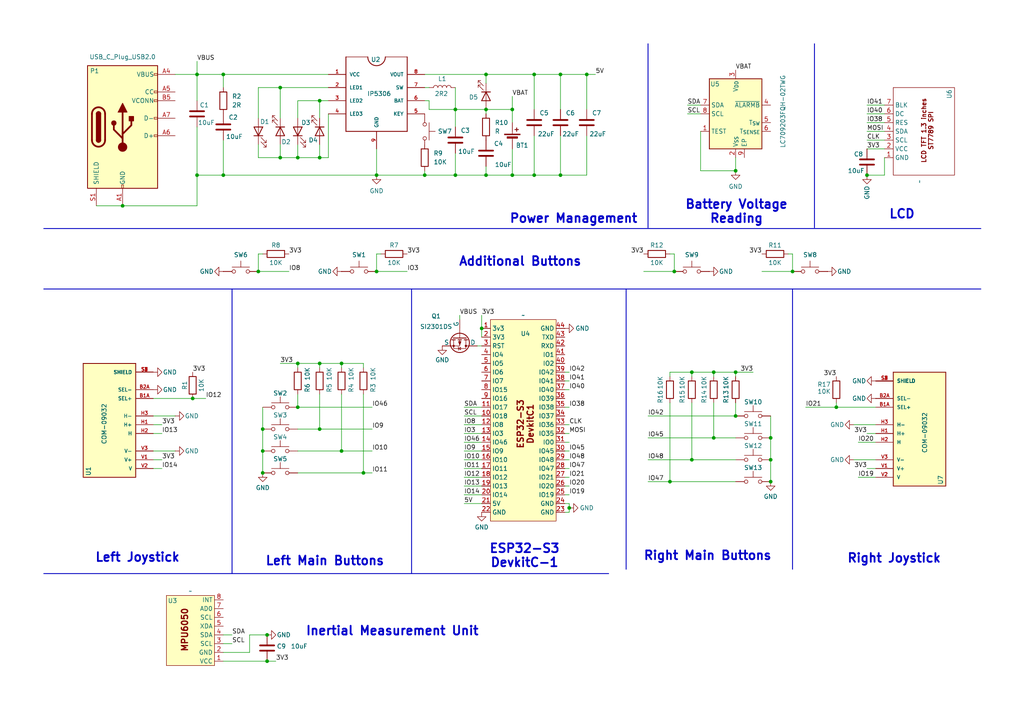
<source format=kicad_sch>
(kicad_sch (version 20231120) (generator "eeschema") (generator_version "8.0")
  (paper "A4")
  (title_block (title "ESP32 Gamepad") (date "2025-01-08") (rev "v01") (comment 1 "Author: Pacman Ng"))
  (lib_symbols
    (symbol "Battery_Management:LC709203FQH-02TWG"
      (property "Reference" "U" (at -6.35 11.43 0))
      (property "Value" "LC709203FQH-02TWG" (at 11.43 11.43 0))
      (symbol "LC709203FQH-02TWG_1_1"
        (pin input line (at -10.16 -5.08 0) (length 2.54) (name "TEST") (number "1"))
        (pin power_in line (at 0 -12.7 90) (length 2.54) (name "V_{SS}") (number "2"))
        (pin power_in line (at 0 12.7 270) (length 2.54) (name "V_{DD}") (number "3"))
        (pin open_collector line (at 10.16 2.54 180) (length 2.54) (name "~{ALARMB}") (number "4"))
        (pin output line (at 10.16 -2.54 180) (length 2.54) (name "T_{SW}") (number "5"))
        (pin input line (at 10.16 -5.08 180) (length 2.54) (name "T_{SENSE}") (number "6"))
        (pin bidirectional line (at -10.16 2.54 0) (length 2.54) (name "SDA") (number "7"))
        (pin input line (at -10.16 0 0) (length 2.54) (name "SCL") (number "8"))
        (pin passive line (at 2.54 -12.7 90) (length 2.54) (name "EP") (number "9"))
      )
    )
    (symbol "Connector:USB_C_Plug_USB2.0" (pin_names (offset 1.016))
      (property "Reference" "P" (at -10.16 19.05 0))
      (property "Value" "USB_C_Plug_USB2.0" (at 12.7 19.05 0))
      (symbol "USB_C_Plug_USB2.0_1_1"
        (pin passive line (at 0 -22.86 90) (length 5.08) (name "GND") (number "A1"))
        (pin passive line (at 0 -22.86 90) (length 5.08) hide (name "GND") (number "A12"))
        (pin passive line (at 15.24 15.24 180) (length 5.08) (name "VBUS") (number "A4"))
        (pin bidirectional line (at 15.24 10.16 180) (length 5.08) (name "CC") (number "A5"))
        (pin bidirectional line (at 15.24 -2.54 180) (length 5.08) (name "D+") (number "A6"))
        (pin bidirectional line (at 15.24 2.54 180) (length 5.08) (name "D-") (number "A7"))
        (pin passive line (at 15.24 15.24 180) (length 5.08) hide (name "VBUS") (number "A9"))
        (pin passive line (at 0 -22.86 90) (length 5.08) hide (name "GND") (number "B1"))
        (pin passive line (at 0 -22.86 90) (length 5.08) hide (name "GND") (number "B12"))
        (pin passive line (at 15.24 15.24 180) (length 5.08) hide (name "VBUS") (number "B4"))
        (pin bidirectional line (at 15.24 7.62 180) (length 5.08) (name "VCONN") (number "B5"))
        (pin passive line (at 15.24 15.24 180) (length 5.08) hide (name "VBUS") (number "B9"))
        (pin passive line (at -7.62 -22.86 90) (length 5.08) (name "SHIELD") (number "S1"))
      )
    )
    (symbol "Device:Battery_Cell" (pin_numbers hide) (pin_names (offset 0) hide)
      (property "Reference" "BT" (at 2.54 2.54 0))
      (property "Value" "Battery_Cell" (at 2.54 0 0))
      (symbol "Battery_Cell_1_1"
        (pin passive line (at 0 5.08 270) (length 2.54) (name "+") (number "1"))
        (pin passive line (at 0 -2.54 90) (length 2.54) (name "-") (number "2"))
      )
    )
    (symbol "Device:C" (pin_numbers hide) (pin_names (offset 0.254))
      (property "Reference" "C" (at 0.635 2.54 0))
      (property "Value" "C" (at 0.635 -2.54 0))
      (symbol "C_1_1"
        (pin passive line (at 0 3.81 270) (length 2.794) (name "~") (number "1"))
        (pin passive line (at 0 -3.81 90) (length 2.794) (name "~") (number "2"))
      )
    )
    (symbol "Device:L" (pin_numbers hide) (pin_names (offset 1.016) hide)
      (property "Reference" "L" (at -1.27 0 90))
      (property "Value" "L" (at 1.905 0 90))
      (symbol "L_1_1"
        (pin passive line (at 0 3.81 270) (length 1.27) (name "1") (number "1"))
        (pin passive line (at 0 -3.81 90) (length 1.27) (name "2") (number "2"))
      )
    )
    (symbol "Device:LED" (pin_numbers hide) (pin_names (offset 1.016) hide)
      (property "Reference" "D" (at 0 2.54 0))
      (property "Value" "LED" (at 0 -2.54 0))
      (symbol "LED_1_1"
        (pin passive line (at -3.81 0 0) (length 2.54) (name "K") (number "1"))
        (pin passive line (at 3.81 0 180) (length 2.54) (name "A") (number "2"))
      )
    )
    (symbol "Device:R" (pin_numbers hide) (pin_names (offset 0))
      (property "Reference" "R" (at 2.032 0 90))
      (property "Value" "R" (at 0 0 90))
      (symbol "R_1_1"
        (pin passive line (at 0 3.81 270) (length 1.27) (name "~") (number "1"))
        (pin passive line (at 0 -3.81 90) (length 1.27) (name "~") (number "2"))
      )
    )
    (symbol "ESP32-S3-DevkitC1:ESP32-S3-DevkitC1"
      (property "Reference" "U" (at 0 32.258 0))
      (symbol "ESP32-S3-DevkitC1_1_1"
        (text "ESP32-S3\nDevkitC1" (at 0 0.254 900) (effects (font (size 1.778 1.778) (thickness 0.3556) (bold yes))))
        (pin input line (at -12.7 27.94 0) (length 2.54) (name "3v3") (number "1"))
        (pin input line (at -12.7 2.54 0) (length 2.54) (name "IO18") (number "10"))
        (pin input line (at -12.7 5.08 0) (length 2.54) (name "IO17") (number "11"))
        (pin input line (at -12.7 0 0) (length 2.54) (name "IO8") (number "12"))
        (pin input line (at -12.7 -2.54 0) (length 2.54) (name "IO3") (number "13"))
        (pin input line (at -12.7 -5.08 0) (length 2.54) (name "IO46") (number "14"))
        (pin input line (at -12.7 -7.62 0) (length 2.54) (name "IO9") (number "15"))
        (pin input line (at -12.7 -10.16 0) (length 2.54) (name "IO10") (number "16"))
        (pin input line (at -12.7 -12.7 0) (length 2.54) (name "IO11") (number "17"))
        (pin input line (at -12.7 -15.24 0) (length 2.54) (name "IO12") (number "18"))
        (pin input line (at -12.7 -17.78 0) (length 2.54) (name "IO13") (number "19"))
        (pin input line (at -12.7 25.4 0) (length 2.54) (name "3V3") (number "2"))
        (pin input line (at -12.7 -20.32 0) (length 2.54) (name "IO14") (number "20"))
        (pin input line (at -12.7 -22.86 0) (length 2.54) (name "5V") (number "21"))
        (pin input line (at -12.7 -25.4 0) (length 2.54) (name "GND") (number "22"))
        (pin input line (at 11.43 -25.4 180) (length 2.54) (name "GND") (number "23"))
        (pin input line (at 11.43 -22.86 180) (length 2.54) (name "GND") (number "24"))
        (pin input line (at 11.43 -20.32 180) (length 2.54) (name "IO19") (number "25"))
        (pin input line (at 11.43 -17.78 180) (length 2.54) (name "IO20") (number "26"))
        (pin input line (at 11.43 -15.24 180) (length 2.54) (name "IO21") (number "27"))
        (pin input line (at 11.43 -12.7 180) (length 2.54) (name "IO47") (number "28"))
        (pin input line (at 11.43 -10.16 180) (length 2.54) (name "IO48") (number "29"))
        (pin input line (at -12.7 22.86 0) (length 2.54) (name "RST") (number "3"))
        (pin input line (at 11.43 -7.62 180) (length 2.54) (name "IO45") (number "30"))
        (pin input line (at 11.43 -5.08 180) (length 2.54) (name "IO0") (number "31"))
        (pin input line (at 11.43 -2.54 180) (length 2.54) (name "IO35") (number "32"))
        (pin input line (at 11.43 0 180) (length 2.54) (name "IO36") (number "33"))
        (pin input line (at 11.43 2.54 180) (length 2.54) (name "IO37") (number "34"))
        (pin input line (at 11.43 5.08 180) (length 2.54) (name "IO38") (number "35"))
        (pin input line (at 11.43 7.62 180) (length 2.54) (name "IO39") (number "36"))
        (pin input line (at 11.43 10.16 180) (length 2.54) (name "IO40") (number "37"))
        (pin input line (at 11.43 12.7 180) (length 2.54) (name "IO41") (number "38"))
        (pin input line (at 11.43 15.24 180) (length 2.54) (name "IO42") (number "39"))
        (pin input line (at -12.7 20.32 0) (length 2.54) (name "IO4") (number "4"))
        (pin input line (at 11.43 17.78 180) (length 2.54) (name "IO2") (number "40"))
        (pin input line (at 11.43 20.32 180) (length 2.54) (name "IO1") (number "41"))
        (pin input line (at 11.43 22.86 180) (length 2.54) (name "RXD") (number "42"))
        (pin input line (at 11.43 25.4 180) (length 2.54) (name "TXD") (number "43"))
        (pin input line (at 11.43 27.94 180) (length 2.54) (name "GND") (number "44"))
        (pin input line (at -12.7 17.78 0) (length 2.54) (name "IO5") (number "5"))
        (pin input line (at -12.7 15.24 0) (length 2.54) (name "IO6") (number "6"))
        (pin input line (at -12.7 12.7 0) (length 2.54) (name "IO7") (number "7"))
        (pin input line (at -12.7 10.16 0) (length 2.54) (name "IO15") (number "8"))
        (pin input line (at -12.7 7.62 0) (length 2.54) (name "IO16") (number "9"))
      )
    )
    (symbol "IMU:MPU6050"
      (property "Reference" "U" (at 8.382 3.048 0))
      (symbol "MPU6050_1_1"
        (text "MPU6050" (at 8.636 -9.144 900) (effects (font (size 1.778 1.778) (thickness 0.3556) (bold yes))))
        (pin input line (at -2.54 0 0) (length 2.54) (name "VCC") (number "1"))
        (pin input line (at -2.54 -2.54 0) (length 2.54) (name "GND") (number "2"))
        (pin input line (at -2.54 -5.08 0) (length 2.54) (name "SCL") (number "3"))
        (pin input line (at -2.54 -7.62 0) (length 2.54) (name "SDA") (number "4"))
        (pin input line (at -2.54 -10.16 0) (length 2.54) (name "XDA") (number "5"))
        (pin input line (at -2.54 -12.7 0) (length 2.54) (name "SCL") (number "6"))
        (pin input line (at -2.54 -15.24 0) (length 2.54) (name "AD0") (number "7"))
        (pin input line (at -2.54 -17.78 0) (length 2.54) (name "INT") (number "8"))
      )
    )
    (symbol "IP5306:IP5306" (pin_names (offset 1.016))
      (property "Reference" "U1" (at 8.636 20.828 0))
      (property "Value" "IP5306" (at 9.652 10.922 0))
      (symbol "IP5306_0_0"
        (pin power_in line (at -5.08 16.51 0) (length 5.08) (name "VCC") (number "1"))
        (pin output line (at -5.08 12.7 0) (length 5.08) (name "LED1") (number "2"))
        (pin output line (at -5.08 8.89 0) (length 5.08) (name "LED2") (number "3"))
        (pin output line (at -5.08 5.08 0) (length 5.08) (name "LED3") (number "4"))
        (pin input line (at 22.86 5.08 180) (length 5.08) (name "KEY") (number "5"))
        (pin input line (at 22.86 8.89 180) (length 5.08) (name "BAT") (number "6"))
        (pin output line (at 22.86 12.7 180) (length 5.08) (name "SW") (number "7"))
        (pin output line (at 22.86 16.51 180) (length 5.08) (name "VOUT") (number "8"))
        (pin power_in line (at 8.89 -5.08 90) (length 5.08) (name "GND") (number "9"))
      )
    )
    (symbol "Joystick:COM-09032" (pin_names (offset 1.016))
      (property "Reference" "U" (at -7.62 16.002 0))
      (property "Value" "COM-09032" (at -7.62 -20.32 0))
      (symbol "COM-09032_0_0"
        (pin passive line (at -12.7 -7.62 0) (length 5.08) (name "SEL+") (number "B1A"))
        (pin passive line (at -12.7 -10.16 0) (length 5.08) (name "SEL-") (number "B2A"))
        (pin passive line (at -12.7 0 0) (length 5.08) (name "H+") (number "H1"))
        (pin passive line (at -12.7 2.54 0) (length 5.08) (name "H") (number "H2"))
        (pin passive line (at -12.7 -2.54 0) (length 5.08) (name "H-") (number "H3"))
        (pin passive line (at -12.7 -15.24 0) (length 5.08) (name "SHIELD") (number "S1"))
        (pin passive line (at -12.7 -15.24 0) (length 5.08) (name "SHIELD") (number "S2"))
        (pin passive line (at -12.7 -15.24 0) (length 5.08) (name "SHIELD") (number "S3"))
        (pin passive line (at -12.7 -15.24 0) (length 5.08) (name "SHIELD") (number "S4"))
        (pin passive line (at -12.7 10.16 0) (length 5.08) (name "V+") (number "V1"))
        (pin passive line (at -12.7 12.7 0) (length 5.08) (name "V") (number "V2"))
        (pin passive line (at -12.7 7.62 0) (length 5.08) (name "V-") (number "V3"))
      )
    )
    (symbol "LCD:LCD_ST7789_TFT_1.3_inches"
      (property "Reference" "U" (at 0 18.034 0))
      (symbol "LCD_ST7789_TFT_1.3_inches_1_1"
        (text "LCD TFT 1.3 inches\nST7789 SPI" (at 0.254 -1.016 0) (effects (font (size 1.27 1.27) (thickness 0.254) (bold yes))))
        (pin input line (at -7.62 11.43 270) (length 2.54) (name "GND") (number "1"))
        (pin input line (at -5.08 11.43 270) (length 2.54) (name "VCC") (number "2"))
        (pin input line (at -2.54 11.43 270) (length 2.54) (name "SCL") (number "3"))
        (pin input line (at 0 11.43 270) (length 2.54) (name "SDA") (number "4"))
        (pin input line (at 2.54 11.43 270) (length 2.54) (name "RES") (number "5"))
        (pin input line (at 5.08 11.43 270) (length 2.54) (name "DC") (number "6"))
        (pin input line (at 7.62 11.43 270) (length 2.54) (name "BLK") (number "7"))
      )
    )
    (symbol "Simulation_SPICE:PMOS" (pin_numbers hide) (pin_names (offset 0))
      (property "Reference" "Q" (at 5.08 1.27 0))
      (property "Value" "PMOS" (at 5.08 -1.27 0))
      (symbol "PMOS_1_1"
        (pin passive line (at 2.54 5.08 270) (length 2.54) (name "D") (number "1"))
        (pin input line (at -5.08 0 0) (length 2.54) (name "G") (number "2"))
        (pin passive line (at 2.54 -5.08 90) (length 2.54) (name "S") (number "3"))
      )
    )
    (symbol "Switch:SW_Push" (pin_numbers hide) (pin_names (offset 1.016) hide)
      (property "Reference" "SW" (at 1.27 2.54 0))
      (property "Value" "SW_Push" (at 0 -1.524 0))
      (symbol "SW_Push_0_1"
        (pin passive line (at -5.08 0 0) (length 2.54) (name "1") (number "1"))
        (pin passive line (at 5.08 0 180) (length 2.54) (name "2") (number "2"))
      )
    )
    (symbol "power:GND" (power) (pin_numbers hide) (pin_names (offset 0) hide)
      (property "Value" "GND" (at 0 -3.81 0))
      (symbol "GND_1_1"
        (pin power_in line (at 0 0 270) (length 0) (name "~") (number "1"))
      )
    )
  )
  (junction (at 251.46 50.8))
  (junction (at 148.59 31.75))
  (junction (at 139.7 95.25))
  (junction (at 99.06 105.41))
  (junction (at 140.97 50.8))
  (junction (at 92.71 45.72))
  (junction (at 213.36 120.65))
  (junction (at 154.94 50.8))
  (junction (at 229.87 78.74))
  (junction (at 86.36 45.72))
  (junction (at 195.58 78.74))
  (junction (at 132.08 50.8))
  (junction (at 92.71 124.46))
  (junction (at 77.47 191.77))
  (junction (at 200.66 107.95))
  (junction (at 64.77 50.8))
  (junction (at 76.2 124.46))
  (junction (at 140.97 21.59))
  (junction (at 105.41 137.16))
  (junction (at 162.56 50.8))
  (junction (at 154.94 21.59))
  (junction (at 76.2 137.16))
  (junction (at 57.15 50.8))
  (junction (at 35.56 59.69))
  (junction (at 76.2 130.81))
  (junction (at 213.36 49.53))
  (junction (at 81.28 25.4))
  (junction (at 223.52 139.7))
  (junction (at 140.97 31.75))
  (junction (at 86.36 118.11))
  (junction (at 162.56 21.59))
  (junction (at 55.88 115.57))
  (junction (at 170.18 21.59))
  (junction (at 81.28 45.72))
  (junction (at 207.01 127))
  (junction (at 109.22 50.8))
  (junction (at 77.47 184.15))
  (junction (at 123.19 50.8))
  (junction (at 148.59 50.8))
  (junction (at 109.22 78.74))
  (junction (at 223.52 127))
  (junction (at 223.52 133.35))
  (junction (at 86.36 105.41))
  (junction (at 165.1 147.32))
  (junction (at 64.77 21.59))
  (junction (at 207.01 107.95))
  (junction (at 132.08 31.75))
  (junction (at 194.31 139.7))
  (junction (at 213.36 107.95))
  (junction (at 57.15 21.59))
  (junction (at 74.93 78.74))
  (junction (at 99.06 130.81))
  (junction (at 242.57 118.11))
  (junction (at 92.71 105.41))
  (junction (at 92.71 29.21))
  (junction (at 200.66 133.35))
  (wire (pts (xy 148.59 27.94) (xy 148.59 31.75)))
  (wire (pts (xy 165.1 148.59) (xy 165.1 147.32)))
  (wire (pts (xy 199.39 30.48) (xy 203.2 30.48)))
  (wire (pts (xy 203.2 49.53) (xy 213.36 49.53)))
  (wire (pts (xy 140.97 31.75) (xy 140.97 33.02)))
  (wire (pts (xy 154.94 21.59) (xy 154.94 31.75)))
  (wire (pts (xy 57.15 36.83) (xy 57.15 50.8)))
  (wire (pts (xy 118.11 78.74) (xy 109.22 78.74)))
  (wire (pts (xy 251.46 33.02) (xy 256.54 33.02)))
  (wire (pts (xy 194.31 73.66) (xy 195.58 73.66)))
  (wire (pts (xy 99.06 114.3) (xy 99.06 130.81)))
  (wire (pts (xy 64.77 21.59) (xy 95.25 21.59)))
  (wire (pts (xy 200.66 133.35) (xy 213.36 133.35)))
  (wire (pts (xy 140.97 21.59) (xy 154.94 21.59)))
  (wire (pts (xy 162.56 50.8) (xy 154.94 50.8)))
  (wire (pts (xy 74.93 25.4) (xy 81.28 25.4)))
  (wire (pts (xy 165.1 118.11) (xy 163.83 118.11)))
  (wire (pts (xy 123.19 41.91) (xy 123.19 43.18)))
  (wire (pts (xy 124.46 29.21) (xy 124.46 31.75)))
  (wire (pts (xy 134.62 130.81) (xy 139.7 130.81)))
  (wire (pts (xy 134.62 128.27) (xy 139.7 128.27)))
  (wire (pts (xy 251.46 38.1) (xy 256.54 38.1)))
  (wire (pts (xy 46.99 123.19) (xy 44.45 123.19)))
  (wire (pts (xy 251.46 43.18) (xy 256.54 43.18)))
  (wire (pts (xy 247.65 123.19) (xy 254 123.19)))
  (polyline (pts (xy 12.7 83.82) (xy 284.48 83.82)) (stroke (width 0.254)))
  (wire (pts (xy 109.22 50.8) (xy 109.22 43.18)))
  (wire (pts (xy 256.54 50.8) (xy 251.46 50.8)))
  (wire (pts (xy 251.46 40.64) (xy 256.54 40.64)))
  (wire (pts (xy 67.31 186.69) (xy 64.77 186.69)))
  (wire (pts (xy 92.71 105.41) (xy 92.71 106.68)))
  (wire (pts (xy 46.99 133.35) (xy 44.45 133.35)))
  (wire (pts (xy 165.1 113.03) (xy 163.83 113.03)))
  (wire (pts (xy 123.19 50.8) (xy 123.19 49.53)))
  (wire (pts (xy 163.83 148.59) (xy 165.1 148.59)))
  (wire (pts (xy 46.99 135.89) (xy 44.45 135.89)))
  (wire (pts (xy 186.69 78.74) (xy 195.58 78.74)))
  (wire (pts (xy 134.62 123.19) (xy 139.7 123.19)))
  (wire (pts (xy 134.62 143.51) (xy 139.7 143.51)))
  (wire (pts (xy 86.36 114.3) (xy 86.36 118.11)))
  (wire (pts (xy 148.59 50.8) (xy 148.59 43.18)))
  (wire (pts (xy 86.36 105.41) (xy 92.71 105.41)))
  (wire (pts (xy 64.77 50.8) (xy 109.22 50.8)))
  (wire (pts (xy 194.31 107.95) (xy 194.31 109.22)))
  (polyline (pts (xy 229.87 83.82) (xy 229.87 165.1)) (stroke (width 0.254)))
  (wire (pts (xy 200.66 107.95) (xy 200.66 109.22)))
  (wire (pts (xy 76.2 73.66) (xy 74.93 73.66)))
  (wire (pts (xy 86.36 41.91) (xy 86.36 45.72)))
  (wire (pts (xy 134.62 135.89) (xy 139.7 135.89)))
  (wire (pts (xy 133.35 91.44) (xy 133.35 92.71)))
  (wire (pts (xy 132.08 25.4) (xy 132.08 31.75)))
  (wire (pts (xy 213.36 120.65) (xy 187.96 120.65)))
  (wire (pts (xy 170.18 21.59) (xy 170.18 31.75)))
  (wire (pts (xy 99.06 105.41) (xy 99.06 106.68)))
  (wire (pts (xy 251.46 125.73) (xy 254 125.73)))
  (wire (pts (xy 138.43 100.33) (xy 139.7 100.33)))
  (wire (pts (xy 203.2 38.1) (xy 203.2 49.53)))
  (wire (pts (xy 213.36 116.84) (xy 213.36 120.65)))
  (wire (pts (xy 165.1 110.49) (xy 163.83 110.49)))
  (wire (pts (xy 162.56 21.59) (xy 170.18 21.59)))
  (wire (pts (xy 223.52 120.65) (xy 223.52 127)))
  (polyline (pts (xy 67.31 83.82) (xy 67.31 166.37)) (stroke (width 0.254)))
  (wire (pts (xy 109.22 73.66) (xy 109.22 78.74)))
  (wire (pts (xy 86.36 29.21) (xy 92.71 29.21)))
  (wire (pts (xy 165.1 143.51) (xy 163.83 143.51)))
  (wire (pts (xy 92.71 124.46) (xy 86.36 124.46)))
  (wire (pts (xy 74.93 73.66) (xy 74.93 78.74)))
  (wire (pts (xy 194.31 107.95) (xy 200.66 107.95)))
  (wire (pts (xy 134.62 146.05) (xy 139.7 146.05)))
  (wire (pts (xy 213.36 49.53) (xy 213.36 45.72)))
  (wire (pts (xy 218.44 107.95) (xy 213.36 107.95)))
  (wire (pts (xy 165.1 133.35) (xy 163.83 133.35)))
  (wire (pts (xy 57.15 29.21) (xy 57.15 21.59)))
  (wire (pts (xy 72.39 189.23) (xy 72.39 184.15)))
  (wire (pts (xy 220.98 78.74) (xy 229.87 78.74)))
  (wire (pts (xy 83.82 78.74) (xy 74.93 78.74)))
  (wire (pts (xy 213.36 107.95) (xy 213.36 109.22)))
  (wire (pts (xy 124.46 31.75) (xy 132.08 31.75)))
  (polyline (pts (xy 187.96 12.7) (xy 187.96 66.04)) (stroke (width 0.254)))
  (wire (pts (xy 99.06 130.81) (xy 86.36 130.81)))
  (wire (pts (xy 170.18 50.8) (xy 170.18 39.37)))
  (wire (pts (xy 80.01 191.77) (xy 77.47 191.77)))
  (wire (pts (xy 76.2 124.46) (xy 76.2 130.81)))
  (wire (pts (xy 81.28 45.72) (xy 86.36 45.72)))
  (wire (pts (xy 139.7 95.25) (xy 139.7 97.79)))
  (wire (pts (xy 105.41 105.41) (xy 105.41 106.68)))
  (wire (pts (xy 207.01 107.95) (xy 207.01 109.22)))
  (wire (pts (xy 86.36 137.16) (xy 105.41 137.16)))
  (wire (pts (xy 50.8 120.65) (xy 44.45 120.65)))
  (wire (pts (xy 92.71 41.91) (xy 92.71 45.72)))
  (wire (pts (xy 123.19 50.8) (xy 132.08 50.8)))
  (wire (pts (xy 109.22 50.8) (xy 123.19 50.8)))
  (wire (pts (xy 86.36 34.29) (xy 86.36 29.21)))
  (wire (pts (xy 74.93 34.29) (xy 74.93 25.4)))
  (wire (pts (xy 92.71 124.46) (xy 107.95 124.46)))
  (wire (pts (xy 57.15 59.69) (xy 57.15 50.8)))
  (wire (pts (xy 251.46 35.56) (xy 256.54 35.56)))
  (wire (pts (xy 139.7 91.44) (xy 139.7 95.25)))
  (wire (pts (xy 74.93 45.72) (xy 81.28 45.72)))
  (wire (pts (xy 64.77 189.23) (xy 72.39 189.23)))
  (wire (pts (xy 242.57 116.84) (xy 242.57 118.11)))
  (wire (pts (xy 165.1 140.97) (xy 163.83 140.97)))
  (wire (pts (xy 140.97 48.26) (xy 140.97 50.8)))
  (wire (pts (xy 194.31 139.7) (xy 187.96 139.7)))
  (wire (pts (xy 134.62 138.43) (xy 139.7 138.43)))
  (wire (pts (xy 148.59 50.8) (xy 140.97 50.8)))
  (wire (pts (xy 200.66 116.84) (xy 200.66 133.35)))
  (wire (pts (xy 223.52 127) (xy 223.52 133.35)))
  (wire (pts (xy 256.54 45.72) (xy 256.54 50.8)))
  (wire (pts (xy 207.01 127) (xy 187.96 127)))
  (wire (pts (xy 57.15 21.59) (xy 64.77 21.59)))
  (wire (pts (xy 200.66 107.95) (xy 207.01 107.95)))
  (wire (pts (xy 74.93 41.91) (xy 74.93 45.72)))
  (wire (pts (xy 162.56 21.59) (xy 162.56 31.75)))
  (wire (pts (xy 194.31 116.84) (xy 194.31 139.7)))
  (wire (pts (xy 165.1 125.73) (xy 163.83 125.73)))
  (wire (pts (xy 92.71 29.21) (xy 95.25 29.21)))
  (wire (pts (xy 228.6 73.66) (xy 229.87 73.66)))
  (wire (pts (xy 148.59 31.75) (xy 148.59 35.56)))
  (wire (pts (xy 229.87 73.66) (xy 229.87 78.74)))
  (wire (pts (xy 55.88 115.57) (xy 59.69 115.57)))
  (wire (pts (xy 99.06 130.81) (xy 107.95 130.81)))
  (wire (pts (xy 132.08 44.45) (xy 132.08 50.8)))
  (wire (pts (xy 92.71 114.3) (xy 92.71 124.46)))
  (wire (pts (xy 44.45 130.81) (xy 50.8 130.81)))
  (wire (pts (xy 81.28 41.91) (xy 81.28 45.72)))
  (wire (pts (xy 124.46 25.4) (xy 123.19 25.4)))
  (wire (pts (xy 77.47 191.77) (xy 64.77 191.77)))
  (polyline (pts (xy 236.22 12.7) (xy 236.22 66.04)) (stroke (width 0.254)))
  (wire (pts (xy 242.57 118.11) (xy 233.68 118.11)))
  (wire (pts (xy 105.41 137.16) (xy 107.95 137.16)))
  (wire (pts (xy 213.36 107.95) (xy 207.01 107.95)))
  (wire (pts (xy 134.62 140.97) (xy 139.7 140.97)))
  (polyline (pts (xy 181.61 83.82) (xy 181.61 165.1)) (stroke (width 0.254)))
  (wire (pts (xy 165.1 128.27) (xy 163.83 128.27)))
  (wire (pts (xy 242.57 118.11) (xy 254 118.11)))
  (wire (pts (xy 81.28 105.41) (xy 86.36 105.41)))
  (polyline (pts (xy 12.7 166.37) (xy 176.53 166.37)) (stroke (width 0.254)))
  (wire (pts (xy 92.71 45.72) (xy 95.25 45.72)))
  (wire (pts (xy 162.56 39.37) (xy 162.56 50.8)))
  (wire (pts (xy 81.28 25.4) (xy 81.28 34.29)))
  (wire (pts (xy 195.58 73.66) (xy 195.58 78.74)))
  (wire (pts (xy 132.08 31.75) (xy 140.97 31.75)))
  (wire (pts (xy 199.39 33.02) (xy 203.2 33.02)))
  (wire (pts (xy 86.36 45.72) (xy 92.71 45.72)))
  (wire (pts (xy 140.97 31.75) (xy 148.59 31.75)))
  (wire (pts (xy 92.71 29.21) (xy 92.71 34.29)))
  (wire (pts (xy 134.62 120.65) (xy 139.7 120.65)))
  (wire (pts (xy 134.62 118.11) (xy 139.7 118.11)))
  (wire (pts (xy 200.66 133.35) (xy 187.96 133.35)))
  (wire (pts (xy 248.92 138.43) (xy 254 138.43)))
  (wire (pts (xy 213.36 139.7) (xy 194.31 139.7)))
  (wire (pts (xy 64.77 40.64) (xy 64.77 50.8)))
  (wire (pts (xy 110.49 73.66) (xy 109.22 73.66)))
  (wire (pts (xy 248.92 128.27) (xy 254 128.27)))
  (wire (pts (xy 57.15 17.78) (xy 57.15 21.59)))
  (wire (pts (xy 95.25 45.72) (xy 95.25 33.02)))
  (polyline (pts (xy 12.7 66.294) (xy 284.48 66.294)) (stroke (width 0.254)))
  (wire (pts (xy 154.94 21.59) (xy 162.56 21.59)))
  (wire (pts (xy 251.46 30.48) (xy 256.54 30.48)))
  (wire (pts (xy 55.88 115.57) (xy 44.45 115.57)))
  (wire (pts (xy 72.39 184.15) (xy 77.47 184.15)))
  (wire (pts (xy 165.1 135.89) (xy 163.83 135.89)))
  (wire (pts (xy 105.41 105.41) (xy 99.06 105.41)))
  (wire (pts (xy 134.62 125.73) (xy 139.7 125.73)))
  (wire (pts (xy 223.52 133.35) (xy 223.52 139.7)))
  (wire (pts (xy 105.41 114.3) (xy 105.41 137.16)))
  (wire (pts (xy 76.2 130.81) (xy 76.2 137.16)))
  (wire (pts (xy 134.62 133.35) (xy 139.7 133.35)))
  (wire (pts (xy 46.99 125.73) (xy 44.45 125.73)))
  (wire (pts (xy 140.97 50.8) (xy 132.08 50.8)))
  (wire (pts (xy 86.36 105.41) (xy 86.36 106.68)))
  (wire (pts (xy 76.2 118.11) (xy 76.2 124.46)))
  (wire (pts (xy 50.8 21.59) (xy 57.15 21.59)))
  (wire (pts (xy 57.15 50.8) (xy 64.77 50.8)))
  (wire (pts (xy 165.1 138.43) (xy 163.83 138.43)))
  (wire (pts (xy 148.59 50.8) (xy 154.94 50.8)))
  (polyline (pts (xy 119.38 83.82) (xy 119.38 166.37)) (stroke (width 0.254)))
  (wire (pts (xy 251.46 135.89) (xy 254 135.89)))
  (wire (pts (xy 35.56 59.69) (xy 57.15 59.69)))
  (wire (pts (xy 165.1 130.81) (xy 163.83 130.81)))
  (wire (pts (xy 123.19 29.21) (xy 124.46 29.21)))
  (wire (pts (xy 99.06 105.41) (xy 92.71 105.41)))
  (wire (pts (xy 81.28 25.4) (xy 95.25 25.4)))
  (wire (pts (xy 254 133.35) (xy 247.65 133.35)))
  (wire (pts (xy 154.94 39.37) (xy 154.94 50.8)))
  (wire (pts (xy 140.97 21.59) (xy 140.97 24.13)))
  (wire (pts (xy 170.18 21.59) (xy 172.72 21.59)))
  (wire (pts (xy 163.83 146.05) (xy 165.1 146.05)))
  (wire (pts (xy 165.1 123.19) (xy 163.83 123.19)))
  (wire (pts (xy 170.18 50.8) (xy 162.56 50.8)))
  (wire (pts (xy 67.31 184.15) (xy 64.77 184.15)))
  (wire (pts (xy 132.08 31.75) (xy 132.08 36.83)))
  (wire (pts (xy 64.77 21.59) (xy 64.77 25.4)))
  (wire (pts (xy 86.36 118.11) (xy 107.95 118.11)))
  (wire (pts (xy 165.1 107.95) (xy 163.83 107.95)))
  (wire (pts (xy 207.01 127) (xy 213.36 127)))
  (wire (pts (xy 123.19 21.59) (xy 140.97 21.59)))
  (wire (pts (xy 27.94 59.69) (xy 35.56 59.69)))
  (wire (pts (xy 207.01 116.84) (xy 207.01 127)))
  (wire (pts (xy 165.1 146.05) (xy 165.1 147.32)))
  (text "Left Main Buttons" (at 94.234 162.814 0) (effects (font (size 2.54 2.54) (thickness 0.508) (bold yes))))
  (text "Battery Voltage\nReading" (at 213.614 61.468 0) (effects (font (size 2.54 2.54) (thickness 0.508) (bold yes))))
  (text "Power Management" (at 166.37 63.5 0) (effects (font (size 2.54 2.54) (thickness 0.508) (bold yes))))
  (text "Inertial Measurement Unit" (at 113.792 183.134 0) (effects (font (size 2.54 2.54) (thickness 0.508) (bold yes))))
  (text "Additional Buttons" (at 150.876 75.946 0) (effects (font (size 2.54 2.54) (thickness 0.508) (bold yes))))
  (text "ESP32-S3\nDevkitC-1" (at 152.146 161.29 0) (effects (font (size 2.54 2.54) (thickness 0.508) (bold yes))))
  (text "Right Joystick" (at 259.334 162.052 0) (effects (font (size 2.54 2.54) (thickness 0.508) (bold yes))))
  (text "Left Joystick" (at 39.878 161.798 0) (effects (font (size 2.54 2.54) (thickness 0.508) (bold yes))))
  (text "LCD" (at 261.62 62.23 0) (effects (font (size 2.54 2.54) (thickness 0.508) (bold yes))))
  (text "Right Main Buttons" (at 205.232 161.29 0) (effects (font (size 2.54 2.54) (thickness 0.508) (bold yes))))
  (label "CLK" (at 165.1 123.19 0) (effects (font (thickness 0.1588))))
  (label "IO8" (at 134.62 123.19 0))
  (label "3V3" (at 81.28 105.41 0))
  (label "3V3" (at 80.01 191.77 0))
  (label "IO46" (at 134.62 128.27 0))
  (label "MOSI" (at 165.1 125.73 0) (effects (font (thickness 0.1588))))
  (label "3V3" (at 251.46 125.73 180))
  (label "3V3" (at 242.57 109.22 180))
  (label "IO41" (at 165.1 110.49 0) (effects (font (thickness 0.1588))))
  (label "SDA" (at 199.39 30.48 0))
  (label "VBUS" (at 57.15 17.78 0))
  (label "3V3" (at 218.44 107.95 180))
  (label "CLK" (at 251.46 40.64 0) (effects (font (thickness 0.1588))))
  (label "3V3" (at 251.46 43.18 0))
  (label "IO9" (at 107.95 124.46 0))
  (label "3V3" (at 186.69 73.66 180))
  (label "3V3" (at 251.46 135.89 180))
  (label "IO3" (at 134.62 125.73 0))
  (label "3V3" (at 55.88 107.95 0))
  (label "IO48" (at 165.1 133.35 0) (effects (font (thickness 0.1588))))
  (label "IO12" (at 134.62 138.43 0))
  (label "IO21" (at 165.1 138.43 0))
  (label "SCL" (at 67.31 186.69 0))
  (label "VBAT" (at 148.59 27.94 0))
  (label "IO8" (at 83.82 78.74 0))
  (label "3V3" (at 46.99 123.19 0))
  (label "IO42" (at 165.1 107.95 0))
  (label "VBAT" (at 213.36 20.32 0))
  (label "IO13" (at 46.99 125.73 0))
  (label "SDA" (at 134.62 118.11 0))
  (label "IO13" (at 134.62 140.97 0))
  (label "IO21" (at 233.68 118.11 0))
  (label "IO12" (at 59.69 115.57 0))
  (label "IO3" (at 118.11 78.74 0))
  (label "IO46" (at 107.95 118.11 0))
  (label "IO48" (at 187.96 133.35 0) (effects (font (thickness 0.1588))))
  (label "IO40" (at 165.1 113.03 0) (effects (font (thickness 0.1588))))
  (label "VBUS" (at 133.35 91.44 0))
  (label "IO9" (at 134.62 130.81 0))
  (label "SCL" (at 134.62 120.65 0))
  (label "IO47" (at 187.96 139.7 0) (effects (font (thickness 0.1588))))
  (label "IO38" (at 165.1 118.11 0) (effects (font (thickness 0.1588))))
  (label "IO10" (at 134.62 133.35 0))
  (label "IO14" (at 134.62 143.51 0))
  (label "IO20" (at 248.92 128.27 0))
  (label "3V3" (at 220.98 73.66 180))
  (label "IO11" (at 134.62 135.89 0))
  (label "MOSI" (at 251.46 38.1 0) (effects (font (thickness 0.1588))))
  (label "IO10" (at 107.95 130.81 0))
  (label "IO19" (at 165.1 143.51 0))
  (label "IO42" (at 187.96 120.65 0))
  (label "IO19" (at 248.92 138.43 0))
  (label "3V3" (at 118.11 73.66 0))
  (label "IO20" (at 165.1 140.97 0))
  (label "5V" (at 134.62 146.05 0))
  (label "3V3" (at 83.82 73.66 0))
  (label "IO45" (at 187.96 127 0) (effects (font (thickness 0.1588))))
  (label "3V3" (at 139.7 91.44 0))
  (label "SCL" (at 199.39 33.02 0))
  (label "IO38" (at 251.46 35.56 0) (effects (font (thickness 0.1588))))
  (label "IO47" (at 165.1 135.89 0) (effects (font (thickness 0.1588))))
  (label "3V3" (at 46.99 133.35 0))
  (label "IO45" (at 165.1 130.81 0) (effects (font (thickness 0.1588))))
  (label "IO41" (at 251.46 30.48 0) (effects (font (thickness 0.1588))))
  (label "IO14" (at 46.99 135.89 0))
  (label "IO40" (at 251.46 33.02 0) (effects (font (thickness 0.1588))))
  (label "SDA" (at 67.31 184.15 0))
  (label "IO11" (at 107.95 137.16 0))
  (label "5V" (at 172.72 21.59 0))
  (symbol (lib_id "power:GND") (at 50.8 120.65 90) (unit 1)
    (property "Reference" "#PWR02" (effects (hide yes)))
    (property "Value" "GND" (at 55.626 120.65 90))
    (property "Description" "Power symbol creates a global label with name \"GND\" , ground" (effects (hide yes)))
  )
  (symbol (lib_id "Switch:SW_Push") (at 81.28 124.46 0) (mirror y) (unit 1)
    (property "Reference" "SW3" (at 81.28 120.396 0))
    (property "Value" "SW_Push" (effects (hide yes)))
    (property "Description" "Push button switch, generic, two pins" (effects (hide yes)))
  )
  (symbol (lib_id "Switch:SW_Push") (at 200.66 78.74 0) (mirror y) (unit 1)
    (property "Reference" "SW9" (at 200.66 73.914 0))
    (property "Value" "SW_Push" (effects (hide yes)))
    (property "Description" "Push button switch, generic, two pins" (effects (hide yes)))
  )
  (symbol (lib_id "Device:C") (at 77.47 187.96 0) (unit 1)
    (property "Reference" "C9" (at 80.264 187.452 0) (effects (justify left)))
    (property "Value" "10uF" (at 84.328 187.452 0) (effects (justify left)))
    (property "Footprint" "Capacitor_SMD:C_0805_2012Metric" (effects (hide yes)))
    (property "Description" "Unpolarized capacitor" (effects (hide yes)))
  )
  (symbol (lib_id "power:GND") (at 128.27 100.33 0) (unit 1)
    (property "Reference" "#PWR09" (effects (hide yes)))
    (property "Value" "GND" (at 128.27 104.394 0))
    (property "Description" "Power symbol creates a global label with name \"GND\" , ground" (effects (hide yes)))
  )
  (symbol (lib_id "Device:R") (at 92.71 110.49 0) (mirror x) (unit 1)
    (property "Reference" "R5" (at 95.504 112.522 90))
    (property "Value" "10K" (at 95.504 108.458 90))
    (property "Footprint" "Resistor_SMD:R_0805_2012Metric" (effects (hide yes)))
    (property "Description" "Resistor" (effects (hide yes)))
  )
  (symbol (lib_id "power:GND") (at 99.06 78.74 270) (unit 1)
    (property "Reference" "#PWR05" (effects (hide yes)))
    (property "Value" "GND" (at 94.234 78.74 90))
    (property "Description" "Power symbol creates a global label with name \"GND\" , ground" (effects (hide yes)))
  )
  (symbol (lib_id "power:GND") (at 64.77 78.74 270) (unit 1)
    (property "Reference" "#PWR06" (effects (hide yes)))
    (property "Value" "GND" (at 59.944 78.74 90))
    (property "Description" "Power symbol creates a global label with name \"GND\" , ground" (effects (hide yes)))
  )
  (symbol (lib_id "Device:L") (at 128.27 25.4 90) (unit 1)
    (property "Reference" "L1" (at 128.27 22.86 90))
    (property "Value" "2R2" (at 128.016 27.178 90))
    (property "Description" "Inductor" (effects (hide yes)))
  )
  (symbol (lib_id "power:GND") (at 247.65 123.19 270) (mirror x) (unit 1)
    (property "Reference" "#PWR020" (effects (hide yes)))
    (property "Value" "GND" (at 242.824 123.19 90))
    (property "Description" "Power symbol creates a global label with name \"GND\" , ground" (effects (hide yes)))
  )
  (symbol (lib_id "power:GND") (at 77.47 184.15 90) (unit 1)
    (property "Reference" "#PWR08" (effects (hide yes)))
    (property "Value" "GND" (at 82.296 184.15 90))
    (property "Description" "Power symbol creates a global label with name \"GND\" , ground" (effects (hide yes)))
  )
  (symbol (lib_id "Device:R") (at 99.06 110.49 0) (mirror x) (unit 1)
    (property "Reference" "R4" (at 101.854 112.522 90))
    (property "Value" "10K" (at 101.854 108.458 90))
    (property "Footprint" "Resistor_SMD:R_0805_2012Metric" (effects (hide yes)))
    (property "Description" "Resistor" (effects (hide yes)))
  )
  (symbol (lib_id "Device:C") (at 64.77 36.83 0) (unit 1)
    (property "Reference" "C2" (at 66.294 34.036 0) (effects (justify left)))
    (property "Value" "10uF" (at 65.532 39.624 0) (effects (justify left)))
    (property "Footprint" "Capacitor_SMD:C_0805_2012Metric" (effects (hide yes)))
    (property "Description" "Unpolarized capacitor" (effects (hide yes)))
  )
  (symbol (lib_id "Device:C") (at 154.94 35.56 0) (unit 1)
    (property "Reference" "C5" (at 156.464 32.766 0) (effects (justify left)))
    (property "Value" "22uF" (at 155.956 38.862 0) (effects (justify left)))
    (property "Footprint" "Capacitor_SMD:C_0805_2012Metric" (effects (hide yes)))
    (property "Description" "Unpolarized capacitor" (effects (hide yes)))
  )
  (symbol (lib_id "Device:R") (at 194.31 113.03 180) (unit 1)
    (property "Reference" "R16" (at 191.516 115.062 90))
    (property "Value" "10K" (at 191.516 110.998 90))
    (property "Footprint" "Resistor_SMD:R_0805_2012Metric" (effects (hide yes)))
    (property "Description" "Resistor" (effects (hide yes)))
  )
  (symbol (lib_id "Switch:SW_Push") (at 234.95 78.74 0) (mirror y) (unit 1)
    (property "Reference" "SW8" (at 234.95 73.914 0))
    (property "Value" "SW_Push" (effects (hide yes)))
    (property "Description" "Push button switch, generic, two pins" (effects (hide yes)))
  )
  (symbol (lib_id "Device:R") (at 123.19 45.72 0) (unit 1)
    (property "Reference" "R9" (at 125.73 44.4499 0) (effects (justify left)))
    (property "Value" "10K" (at 125.73 46.9899 0) (effects (justify left)))
    (property "Footprint" "Resistor_SMD:R_0805_2012Metric" (effects (hide yes)))
    (property "Description" "Resistor" (effects (hide yes)))
  )
  (symbol (lib_id "Device:C") (at 251.46 46.99 0) (unit 1)
    (property "Reference" "C8" (at 247.65 44.704 0) (effects (justify left)))
    (property "Value" "10uF" (at 245.872 49.53 0) (effects (justify left)))
    (property "Footprint" "Capacitor_SMD:C_0805_2012Metric" (effects (hide yes)))
    (property "Description" "Unpolarized capacitor" (effects (hide yes)))
  )
  (symbol (lib_id "power:GND") (at 139.7 148.59 0) (unit 1)
    (property "Reference" "#PWR010" (effects (hide yes)))
    (property "Value" "GND" (at 139.7 152.908 0))
    (property "Description" "Power symbol creates a global label with name \"GND\" , ground" (effects (hide yes)))
  )
  (symbol (lib_id "Device:C") (at 170.18 35.56 0) (unit 1)
    (property "Reference" "C7" (at 171.704 32.766 0) (effects (justify left)))
    (property "Value" "22uF" (at 170.942 38.862 0) (effects (justify left)))
    (property "Footprint" "Capacitor_SMD:C_0805_2012Metric" (effects (hide yes)))
    (property "Description" "Unpolarized capacitor" (effects (hide yes)))
  )
  (symbol (lib_id "Switch:SW_Push") (at 218.44 127 0) (unit 1)
    (property "Reference" "SW11" (at 218.44 122.936 0))
    (property "Value" "SW_Push" (effects (hide yes)))
    (property "Description" "Push button switch, generic, two pins" (effects (hide yes)))
  )
  (symbol (lib_id "Device:C") (at 132.08 40.64 0) (unit 1)
    (property "Reference" "C3" (at 133.604 37.846 0) (effects (justify left)))
    (property "Value" "10uF" (at 132.842 43.942 0) (effects (justify left)))
    (property "Footprint" "Capacitor_SMD:C_0805_2012Metric" (effects (hide yes)))
    (property "Description" "Unpolarized capacitor" (effects (hide yes)))
  )
  (symbol (lib_id "Device:R") (at 80.01 73.66 270) (unit 1)
    (property "Reference" "R8" (at 80.01 71.12 90))
    (property "Value" "10K" (at 80.01 76.2 90))
    (property "Footprint" "Resistor_SMD:R_0805_2012Metric" (effects (hide yes)))
    (property "Description" "Resistor" (effects (hide yes)))
  )
  (symbol (lib_id "power:GND") (at 109.22 50.8 0) (unit 1)
    (property "Reference" "#PWR011" (effects (hide yes)))
    (property "Value" "GND" (at 109.22 55.372 0))
    (property "Description" "Power symbol creates a global label with name \"GND\" , ground" (effects (hide yes)))
  )
  (symbol (lib_id "Device:LED") (at 81.28 38.1 270) (unit 1)
    (property "Reference" "D2" (at 84.328 41.148 90) (effects (justify right)))
    (property "Value" "LED" (effects (hide yes)))
    (property "Footprint" "LED_SMD:LED_0805_2012Metric" (effects (hide yes)))
    (property "Description" "Light emitting diode" (effects (hide yes)))
  )
  (symbol (lib_id "power:GND") (at 240.03 78.74 90) (mirror x) (unit 1)
    (property "Reference" "#PWR014" (effects (hide yes)))
    (property "Value" "GND" (at 244.856 78.74 90))
    (property "Description" "Power symbol creates a global label with name \"GND\" , ground" (effects (hide yes)))
  )
  (symbol (lib_id "power:GND") (at 205.74 78.74 90) (mirror x) (unit 1)
    (property "Reference" "#PWR015" (effects (hide yes)))
    (property "Value" "GND" (at 210.566 78.74 90))
    (property "Description" "Power symbol creates a global label with name \"GND\" , ground" (effects (hide yes)))
  )
  (symbol (lib_id "Device:R") (at 64.77 29.21 0) (unit 1)
    (property "Reference" "R2" (at 67.31 27.9399 0) (effects (justify left)))
    (property "Value" "2R" (at 67.31 30.4799 0) (effects (justify left)))
    (property "Footprint" "Resistor_SMD:R_0805_2012Metric" (effects (hide yes)))
    (property "Description" "Resistor" (effects (hide yes)))
  )
  (symbol (lib_id "Device:R") (at 213.36 113.03 180) (unit 1)
    (property "Reference" "R13" (at 210.566 115.062 90))
    (property "Value" "10K" (at 210.566 110.998 90))
    (property "Footprint" "Resistor_SMD:R_0805_2012Metric" (effects (hide yes)))
    (property "Description" "Resistor" (effects (hide yes)))
  )
  (symbol (lib_id "Switch:SW_Push") (at 69.85 78.74 0) (unit 1)
    (property "Reference" "SW6" (at 69.85 73.914 0))
    (property "Value" "SW_Push" (effects (hide yes)))
    (property "Description" "Push button switch, generic, two pins" (effects (hide yes)))
  )
  (symbol (lib_id "Device:C") (at 140.97 44.45 0) (unit 1)
    (property "Reference" "C4" (at 143.256 41.656 0) (effects (justify left)))
    (property "Value" "10uF" (at 143.51 47.752 0) (effects (justify left)))
    (property "Footprint" "Capacitor_SMD:C_0805_2012Metric" (effects (hide yes)))
    (property "Description" "Unpolarized capacitor" (effects (hide yes)))
  )
  (symbol (lib_id "power:GND") (at 213.36 49.53 0) (unit 1)
    (property "Reference" "#PWR022" (effects (hide yes)))
    (property "Value" "GND" (at 213.36 54.102 0))
    (property "Description" "Power symbol creates a global label with name \"GND\" , ground" (effects (hide yes)))
  )
  (symbol (lib_id "Switch:SW_Push") (at 218.44 133.35 0) (unit 1)
    (property "Reference" "SW12" (at 218.44 129.286 0))
    (property "Value" "SW_Push" (effects (hide yes)))
    (property "Description" "Push button switch, generic, two pins" (effects (hide yes)))
  )
  (symbol (lib_id "power:GND") (at 247.65 133.35 270) (mirror x) (unit 1)
    (property "Reference" "#PWR021" (effects (hide yes)))
    (property "Value" "GND" (at 242.824 133.35 90))
    (property "Description" "Power symbol creates a global label with name \"GND\" , ground" (effects (hide yes)))
  )
  (symbol (lib_id "Device:R") (at 207.01 113.03 180) (unit 1)
    (property "Reference" "R14" (at 204.216 115.062 90))
    (property "Value" "10K" (at 204.216 110.998 90))
    (property "Footprint" "Resistor_SMD:R_0805_2012Metric" (effects (hide yes)))
    (property "Description" "Resistor" (effects (hide yes)))
  )
  (symbol (lib_id "Device:R") (at 242.57 113.03 0) (mirror x) (unit 1)
    (property "Reference" "R17" (at 239.014 111.506 0))
    (property "Value" "10K" (at 239.014 113.538 0))
    (property "Footprint" "Resistor_SMD:R_0805_2012Metric" (effects (hide yes)))
    (property "Description" "Resistor" (effects (hide yes)))
  )
  (symbol (lib_id "Device:LED") (at 86.36 38.1 90) (unit 1)
    (property "Reference" "D3" (at 87.376 35.56 90) (effects (justify right)))
    (property "Value" "LED" (effects (hide yes)))
    (property "Footprint" "LED_SMD:LED_0805_2012Metric" (effects (hide yes)))
    (property "Description" "Light emitting diode" (effects (hide yes)))
  )
  (symbol (lib_id "power:GND") (at 163.83 95.25 90) (unit 1)
    (property "Reference" "#PWR012" (effects (hide yes)))
    (property "Value" "GND" (at 168.91 95.25 90))
    (property "Description" "Power symbol creates a global label with name \"GND\" , ground" (effects (hide yes)))
  )
  (symbol (lib_id "ESP32-S3-DevkitC1:ESP32-S3-DevkitC1") (at 152.4 123.19 0) (unit 1)
    (property "Reference" "U4" (at 152.4 96.774 0))
    (property "Value" "~" (at 151.765 91.44 0))
  )
  (symbol (lib_id "Switch:SW_Push") (at 104.14 78.74 0) (unit 1)
    (property "Reference" "SW1" (at 104.14 73.914 0))
    (property "Value" "SW_Push" (effects (hide yes)))
    (property "Description" "Push button switch, generic, two pins" (effects (hide yes)))
  )
  (symbol (lib_id "Switch:SW_Push") (at 218.44 120.65 0) (unit 1)
    (property "Reference" "SW10" (at 218.44 116.586 0))
    (property "Value" "SW_Push" (effects (hide yes)))
    (property "Description" "Push button switch, generic, two pins" (effects (hide yes)))
  )
  (symbol (lib_id "Device:R") (at 140.97 36.83 0) (unit 1)
    (property "Reference" "R10" (at 143.51 35.5599 0) (effects (justify left)))
    (property "Value" "R" (at 143.51 38.0999 0) (effects (justify left)))
    (property "Footprint" "Resistor_SMD:R_0805_2012Metric" (effects (hide yes)))
    (property "Description" "Resistor" (effects (hide yes)))
  )
  (symbol (lib_id "power:GND") (at 223.52 139.7 0) (unit 1)
    (property "Reference" "#PWR016" (effects (hide yes)))
    (property "Value" "GND" (at 223.52 144.018 0))
    (property "Description" "Power symbol creates a global label with name \"GND\" , ground" (effects (hide yes)))
  )
  (symbol (lib_id "power:GND") (at 76.2 137.16 0) (mirror y) (unit 1)
    (property "Reference" "#PWR07" (effects (hide yes)))
    (property "Value" "GND" (at 76.2 141.478 0))
    (property "Description" "Power symbol creates a global label with name \"GND\" , ground" (effects (hide yes)))
  )
  (symbol (lib_id "Connector:USB_C_Plug_USB2.0") (at 35.56 36.83 0) (unit 1)
    (property "Reference" "P1" (at 27.432 20.574 0))
    (property "Value" "USB_C_Plug_USB2.0" (at 35.56 16.51 0))
    (property "Datasheet" "https://www.usb.org/sites/default/files/documents/usb_type-c.zip" (effects (hide yes)))
    (property "Description" "USB 2.0-only Type-C Plug connector" (effects (hide yes)))
  )
  (symbol (lib_id "Device:R") (at 55.88 111.76 180) (unit 1)
    (property "Reference" "R1" (at 53.594 111.76 90))
    (property "Value" "10K" (at 58.42 111.76 90))
    (property "Footprint" "Resistor_SMD:R_0805_2012Metric" (effects (hide yes)))
    (property "Description" "Resistor" (effects (hide yes)))
  )
  (symbol (lib_id "Switch:SW_Push") (at 81.28 130.81 0) (mirror y) (unit 1)
    (property "Reference" "SW4" (at 81.28 126.746 0))
    (property "Value" "SW_Push" (effects (hide yes)))
    (property "Description" "Push button switch, generic, two pins" (effects (hide yes)))
  )
  (symbol (lib_id "Device:LED") (at 74.93 38.1 90) (unit 1)
    (property "Reference" "D1" (at 75.438 35.306 90) (effects (justify right)))
    (property "Value" "LED" (effects (hide yes)))
    (property "Footprint" "LED_SMD:LED_0805_2012Metric" (effects (hide yes)))
    (property "Description" "Light emitting diode" (effects (hide yes)))
  )
  (symbol (lib_id "IMU:MPU6050") (at 62.23 191.77 180) (unit 1)
    (property "Reference" "U3" (at 50.038 174.244 0))
    (property "Value" "~" (at 55.245 171.45 0))
  )
  (symbol (lib_id "Joystick:COM-09032") (at 266.7 125.73 0) (mirror x) (unit 1)
    (property "Reference" "U7" (at 272.796 139.192 90))
    (property "Value" "COM-09032" (at 268.224 125.476 90))
    (property "Footprint" "Joystick:Joystick" (effects (hide yes)))
    (property "MF" "SparkFun Electronics" (effects (hide yes)))
    (property "MAXIMUM_PACKAGE_HEIGHT" "30.1mm" (effects (hide yes)))
    (property "Package" "Package" (effects (hide yes)))
    (property "Price" "None" (effects (hide yes)))
    (property "Check_prices" "https://www.snapeda.com/parts/COM-09032/SparkFun/view-part/?ref=eda" (effects (hide yes)))
    (property "STANDARD" "Manufacturer Recommendations" (effects (hide yes)))
    (property "PARTREV" "N/A" (effects (hide yes)))
    (property "SnapEDA_Link" "https://www.snapeda.com/parts/COM-09032/SparkFun/view-part/?ref=snap" (effects (hide yes)))
    (property "MP" "COM-09032" (effects (hide yes)))
    (property "Description_1" "\n                        \n                            Joystick, 2 - Axis Analog (Resistive) Output\n                        \n" (effects (hide yes)))
    (property "Availability" "In Stock" (effects (hide yes)))
    (property "MANUFACTURER" "SparkFun Electronics" (effects (hide yes)))
  )
  (symbol (lib_id "Device:LED") (at 92.71 38.1 270) (unit 1)
    (property "Reference" "D4" (at 92.202 40.64 90) (effects (justify right)))
    (property "Value" "LED" (effects (hide yes)))
    (property "Footprint" "LED_SMD:LED_0805_2012Metric" (effects (hide yes)))
    (property "Description" "Light emitting diode" (effects (hide yes)))
  )
  (symbol (lib_id "power:GND") (at 44.45 107.95 90) (unit 1)
    (property "Reference" "#PWR04" (effects (hide yes)))
    (property "Value" "GND" (at 49.276 107.95 90))
    (property "Description" "Power symbol creates a global label with name \"GND\" , ground" (effects (hide yes)))
  )
  (symbol (lib_id "Device:LED") (at 140.97 27.94 270) (unit 1)
    (property "Reference" "D5" (at 138.684 28.194 90) (effects (justify right)))
    (property "Value" "LED" (effects (hide yes)))
    (property "Footprint" "LED_SMD:LED_0805_2012Metric" (effects (hide yes)))
    (property "Description" "Light emitting diode" (effects (hide yes)))
  )
  (symbol (lib_id "power:GND") (at 165.1 147.32 90) (unit 1)
    (property "Reference" "#PWR013" (effects (hide yes)))
    (property "Value" "GND" (at 170.18 147.32 90))
    (property "Description" "Power symbol creates a global label with name \"GND\" , ground" (effects (hide yes)))
  )
  (symbol (lib_id "Device:R") (at 224.79 73.66 90) (mirror x) (unit 1)
    (property "Reference" "R11" (at 224.79 71.12 90))
    (property "Value" "10K" (at 224.79 76.2 90))
    (property "Footprint" "Resistor_SMD:R_0805_2012Metric" (effects (hide yes)))
    (property "Description" "Resistor" (effects (hide yes)))
  )
  (symbol (lib_id "LCD:LCD_ST7789_TFT_1.3_inches") (at 267.97 38.1 90) (unit 1)
    (property "Reference" "U6" (at 275.336 25.908 0) (effects (justify right)))
    (property "Value" "~" (at 266.7 52.07 0) (effects (justify right)))
  )
  (symbol (lib_id "Device:C") (at 57.15 33.02 0) (unit 1)
    (property "Reference" "C1" (at 57.912 30.48 0) (effects (justify left)))
    (property "Value" "10uF" (at 57.404 35.56 0) (effects (justify left)))
    (property "Footprint" "Capacitor_SMD:C_0805_2012Metric" (effects (hide yes)))
    (property "Description" "Unpolarized capacitor" (effects (hide yes)))
  )
  (symbol (lib_id "Device:R") (at 200.66 113.03 180) (unit 1)
    (property "Reference" "R15" (at 197.866 115.062 90))
    (property "Value" "10K" (at 197.866 110.998 90))
    (property "Footprint" "Resistor_SMD:R_0805_2012Metric" (effects (hide yes)))
    (property "Description" "Resistor" (effects (hide yes)))
  )
  (symbol (lib_id "power:GND") (at 44.45 113.03 90) (unit 1)
    (property "Reference" "#PWR03" (effects (hide yes)))
    (property "Value" "GND" (at 49.276 113.03 90))
    (property "Description" "Power symbol creates a global label with name \"GND\" , ground" (effects (hide yes)))
  )
  (symbol (lib_id "Switch:SW_Push") (at 218.44 139.7 0) (unit 1)
    (property "Reference" "SW13" (at 218.44 135.636 0))
    (property "Value" "SW_Push" (effects (hide yes)))
    (property "Description" "Push button switch, generic, two pins" (effects (hide yes)))
  )
  (symbol (lib_id "power:GND") (at 50.8 130.81 90) (unit 1)
    (property "Reference" "#PWR01" (effects (hide yes)))
    (property "Value" "GND" (at 55.626 130.81 90))
    (property "Description" "Power symbol creates a global label with name \"GND\" , ground" (effects (hide yes)))
  )
  (symbol (lib_id "Switch:SW_Push") (at 81.28 137.16 0) (mirror y) (unit 1)
    (property "Reference" "SW5" (at 81.28 133.096 0))
    (property "Value" "SW_Push" (effects (hide yes)))
    (property "Description" "Push button switch, generic, two pins" (effects (hide yes)))
  )
  (symbol (lib_id "Device:R") (at 190.5 73.66 90) (mirror x) (unit 1)
    (property "Reference" "R12" (at 190.5 71.12 90))
    (property "Value" "10K" (at 190.5 76.2 90))
    (property "Footprint" "Resistor_SMD:R_0805_2012Metric" (effects (hide yes)))
    (property "Description" "Resistor" (effects (hide yes)))
  )
  (symbol (lib_id "Switch:SW_Push") (at 81.28 118.11 0) (mirror y) (unit 1)
    (property "Reference" "SW2" (at 81.28 114.046 0))
    (property "Value" "SW_Push" (effects (hide yes)))
    (property "Description" "Push button switch, generic, two pins" (effects (hide yes)))
  )
  (symbol (lib_id "IP5306:IP5306") (at 100.33 38.1 0) (unit 1)
    (property "Reference" "U2" (at 108.966 17.272 0))
    (property "Value" "IP5306" (at 109.982 27.178 0))
    (property "Footprint" "IP5306_Power_Bank:IP5306_IC" (effects (hide yes)))
    (property "MF" "Injoinic" (effects (hide yes)))
    (property "Description_1" "\n                        \n                            Fully-Integrated Power Bank System-On-Chip with 2.1A charger, 2.4A discharger\n                        \n" (effects (hide yes)))
    (property "Package" "None" (effects (hide yes)))
    (property "Price" "None" (effects (hide yes)))
    (property "SnapEDA_Link" "https://www.snapeda.com/parts/IP5306/Injoinic/view-part/?ref=snap" (effects (hide yes)))
    (property "MP" "IP5306" (effects (hide yes)))
    (property "Availability" "In Stock" (effects (hide yes)))
    (property "Check_prices" "https://www.snapeda.com/parts/IP5306/Injoinic/view-part/?ref=eda" (effects (hide yes)))
  )
  (symbol (lib_id "power:GND") (at 254 110.49 270) (mirror x) (unit 1)
    (property "Reference" "#PWR017" (effects (hide yes)))
    (property "Value" "GND" (at 249.174 110.49 90))
    (property "Description" "Power symbol creates a global label with name \"GND\" , ground" (effects (hide yes)))
  )
  (symbol (lib_id "Device:Battery_Cell") (at 148.59 40.64 0) (unit 1)
    (property "Reference" "BT1" (at 149.606 42.164 0) (effects (justify left)))
    (property "Value" "Battery_Cell" (effects (hide yes)))
    (property "Footprint" "Battery:BatteryHolder_Keystone_1042_1x18650" (effects (hide yes)))
    (property "Description" "Single-cell battery" (effects (hide yes)))
  )
  (symbol (lib_id "Switch:SW_Push") (at 123.19 38.1 270) (unit 1)
    (property "Reference" "SW7" (at 129.032 38.1 90))
    (property "Value" "SW_Push" (effects (hide yes)))
    (property "Description" "Push button switch, generic, two pins" (effects (hide yes)))
  )
  (symbol (lib_id "Device:R") (at 86.36 110.49 0) (mirror x) (unit 1)
    (property "Reference" "R6" (at 89.154 112.522 90))
    (property "Value" "10K" (at 89.154 108.458 90))
    (property "Footprint" "Resistor_SMD:R_0805_2012Metric" (effects (hide yes)))
    (property "Description" "Resistor" (effects (hide yes)))
  )
  (symbol (lib_id "power:GND") (at 254 115.57 270) (mirror x) (unit 1)
    (property "Reference" "#PWR018" (effects (hide yes)))
    (property "Value" "GND" (at 249.174 115.57 90))
    (property "Description" "Power symbol creates a global label with name \"GND\" , ground" (effects (hide yes)))
  )
  (symbol (lib_id "Joystick:COM-09032") (at 31.75 123.19 180) (unit 1)
    (property "Reference" "U1" (at 25.654 136.652 90))
    (property "Value" "COM-09032" (at 30.226 122.936 90))
    (property "Footprint" "Joystick:Joystick" (effects (hide yes)))
    (property "MF" "SparkFun Electronics" (effects (hide yes)))
    (property "MAXIMUM_PACKAGE_HEIGHT" "30.1mm" (effects (hide yes)))
    (property "Package" "Package" (effects (hide yes)))
    (property "Price" "None" (effects (hide yes)))
    (property "Check_prices" "https://www.snapeda.com/parts/COM-09032/SparkFun/view-part/?ref=eda" (effects (hide yes)))
    (property "STANDARD" "Manufacturer Recommendations" (effects (hide yes)))
    (property "PARTREV" "N/A" (effects (hide yes)))
    (property "SnapEDA_Link" "https://www.snapeda.com/parts/COM-09032/SparkFun/view-part/?ref=snap" (effects (hide yes)))
    (property "MP" "COM-09032" (effects (hide yes)))
    (property "Description_1" "\n                        \n                            Joystick, 2 - Axis Analog (Resistive) Output\n                        \n" (effects (hide yes)))
    (property "Availability" "In Stock" (effects (hide yes)))
    (property "MANUFACTURER" "SparkFun Electronics" (effects (hide yes)))
  )
  (symbol (lib_id "Device:C") (at 162.56 35.56 0) (unit 1)
    (property "Reference" "C6" (at 164.084 32.766 0) (effects (justify left)))
    (property "Value" "22uF" (at 163.068 38.862 0) (effects (justify left)))
    (property "Footprint" "Capacitor_SMD:C_0805_2012Metric" (effects (hide yes)))
    (property "Description" "Unpolarized capacitor" (effects (hide yes)))
  )
  (symbol (lib_id "Device:R") (at 114.3 73.66 270) (unit 1)
    (property "Reference" "R7" (at 114.3 71.12 90))
    (property "Value" "10K" (at 114.3 76.2 90))
    (property "Footprint" "Resistor_SMD:R_0805_2012Metric" (effects (hide yes)))
    (property "Description" "Resistor" (effects (hide yes)))
  )
  (symbol (lib_id "Battery_Management:LC709203FQH-02TWG") (at 213.36 33.02 0) (unit 1)
    (property "Reference" "U5" (at 205.994 24.384 0) (effects (justify left)))
    (property "Value" "LC709203FQH-02TWG" (at 227.076 42.926 90) (effects (justify left)))
    (property "Footprint" "Package_DFN_QFN:WDFN-8-1EP_4x3mm_P0.65mm_EP2.4x1.8mm" (effects (hide yes)))
    (property "Datasheet" "https://www.onsemi.com/download/data-sheet/pdf/lc709203f-d.pdf" (effects (hide yes)))
    (property "Description" "Single LiPo battery fuel gauge, I2C, type 02, WDFN-8" (effects (hide yes)))
  )
  (symbol (lib_id "Simulation_SPICE:PMOS") (at 133.35 97.79 270) (unit 1)
    (property "Reference" "Q1" (at 126.492 91.694 90))
    (property "Value" "SI2301DS" (at 126.492 94.742 90))
    (property "Footprint" "Package_TO_SOT_SMD:TSOT-23" (effects (hide yes)))
    (property "Datasheet" "https://ngspice.sourceforge.io/docs/ngspice-html-manual/manual.xhtml#cha_MOSFETs" (effects (hide yes)))
    (property "Description" "P-MOSFET transistor, drain/source/gate" (effects (hide yes)))
    (property "Sim.Device" "PMOS" (effects (hide yes)))
    (property "Sim.Type" "VDMOS" (effects (hide yes)))
    (property "Sim.Pins" "1=D 2=G 3=S" (effects (hide yes)))
  )
  (symbol (lib_id "power:GND") (at 251.46 50.8 0) (unit 1)
    (property "Reference" "#PWR019" (effects (hide yes)))
    (property "Value" "GND" (at 251.46 55.88 90))
    (property "Description" "Power symbol creates a global label with name \"GND\" , ground" (effects (hide yes)))
  )
  (symbol (lib_id "Device:R") (at 105.41 110.49 0) (mirror x) (unit 1)
    (property "Reference" "R3" (at 108.204 112.522 90))
    (property "Value" "10K" (at 108.204 108.458 90))
    (property "Footprint" "Resistor_SMD:R_0805_2012Metric" (effects (hide yes)))
    (property "Description" "Resistor" (effects (hide yes)))
  )
)
</source>
